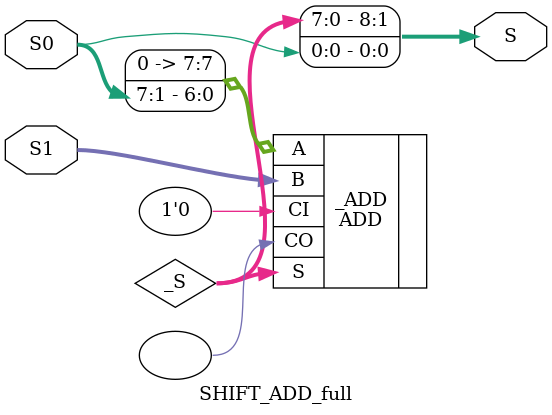
<source format=sv>
`timescale 1ns / 1ps
`include "../Header/MAC_H.vh"

module MULT_full_TG #(parameter N = 8, M = N)( 
	input clk,
	input rst,
	input [N-1:0] g_input,
	input [M-1:0] e_input,
	output [N+M-1:0] o
);

	reg [N-1:0] o_reg;

	MULT_full #(.N(N), .M(M)) _MULT_full(
		.A(g_input),
		.X(e_input),
		.AX(o)
	);

endmodule

module MULT_full #(parameter N = 8, M = N)( 
	input	[N-1:0] A,
	input	[M-1:0] X,
	output	[N+M-1:0] AX
);
	
	genvar i, j, k;
	
	logic [N+M-1:0] S[log2(M)-1:0][M/2-1:0];
	
	generate
	for(i = 0; i < M/2; i = i+1)
	begin:MSA
		MUX_SHIFT_ADD_full #(.N(N), .C(1)) _MUX_SHIFT_ADD_full(
			.A(A),
			.x(X[2*i+1:2*i]),
			.S(S[0][i][N+1:0])
		);
	end
	endgenerate
	
	generate
	for (j = 0; j < log2(M/2); j = j + 1)
	begin: col
		for(k = 0; k < M/(2**(j+2)); k = k + 1)
		begin: row
			SHIFT_ADD_full #(.N(N+2**(j+1)), .C(2**(j+1))) _SHIFT_ADD_full(
				.S0(S[j][2*k][N+2**(j+1)-1:0]), 
				.S1(S[j][2*k+1][N+2**(j+1)-1:0]),
				.S(S[j+1][k][N+2**(j+2)-1:0])				
			);
		end	
	end
	endgenerate
	
	assign AX = S[log2(M)-1][0];
	
endmodule

module MUX_SHIFT_ADD_full #(parameter N = 8, C = 1)( 
	input [N-1:0] A,
	input [1:0] x,
	output [N+C:0] S
);	
	logic [N-1:0] Ax0, Ax1;
	assign Ax0 = A&{N{x[0]}};
	assign Ax1 = A&{N{x[1]}};
	
	logic [N-1:0] _S;
	logic _c;
	
	ADD #(.N(N)) _ADD(
		.A({{C{1'b0}}, Ax0[N-1:C]}),
		.B(Ax1), 
		.CI(1'b0), 
		.S(_S), 
		.CO(_c)
	);
	
	assign S = {_c, _S, Ax0[C-1:0]};	
	
endmodule

module SHIFT_ADD_full #(parameter N = 8, C = 1)( 
	input [N-1:0] S0, S1,
	output [N+C-1:0] S
);	
	logic [N-1:0] _S;
	
	ADD #(.N(N)) _ADD(
		.A({{C{1'b0}}, S0[N-1:C]}),
		.B(S1), 
		.CI(1'b0), 
		.S(_S), 
		.CO()
	);
	
	assign S = {_S, S0[C-1:0]};	
	
endmodule

</source>
